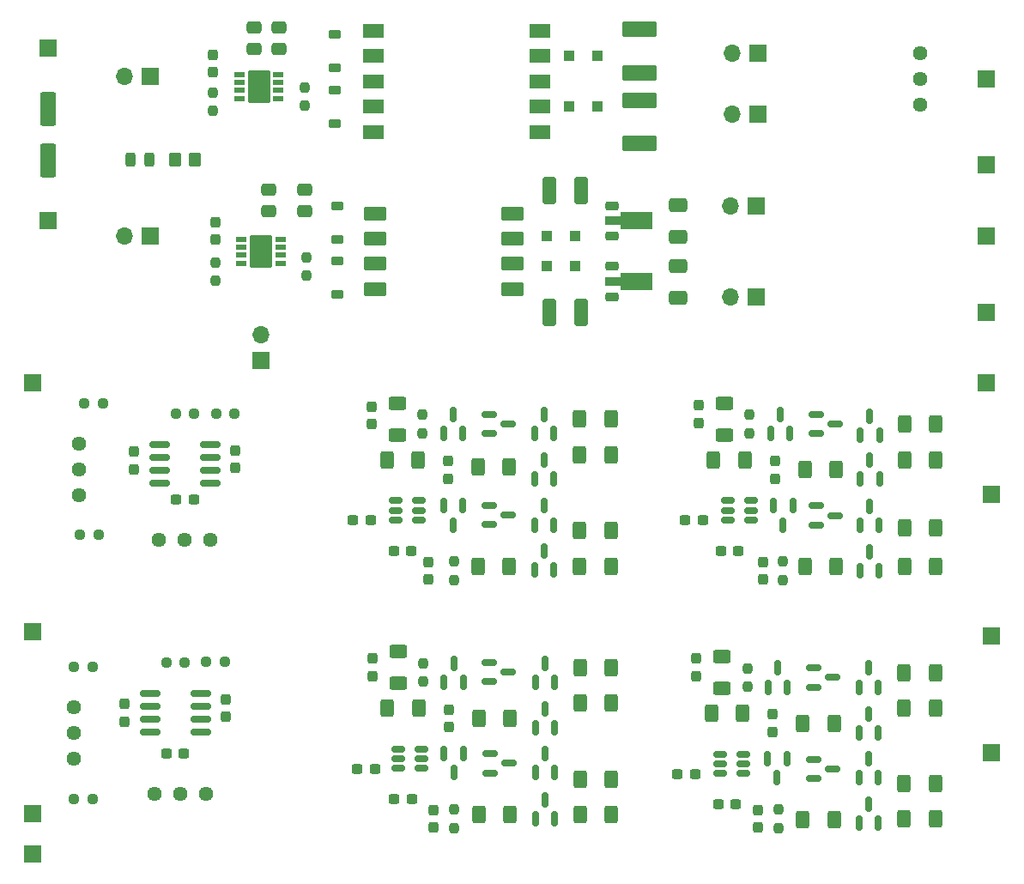
<source format=gbr>
%TF.GenerationSoftware,KiCad,Pcbnew,8.0.8*%
%TF.CreationDate,2025-02-22T00:09:07-08:00*%
%TF.ProjectId,deflection_board,6465666c-6563-4746-996f-6e5f626f6172,rev?*%
%TF.SameCoordinates,Original*%
%TF.FileFunction,Soldermask,Top*%
%TF.FilePolarity,Negative*%
%FSLAX46Y46*%
G04 Gerber Fmt 4.6, Leading zero omitted, Abs format (unit mm)*
G04 Created by KiCad (PCBNEW 8.0.8) date 2025-02-22 00:09:07*
%MOMM*%
%LPD*%
G01*
G04 APERTURE LIST*
G04 Aperture macros list*
%AMRoundRect*
0 Rectangle with rounded corners*
0 $1 Rounding radius*
0 $2 $3 $4 $5 $6 $7 $8 $9 X,Y pos of 4 corners*
0 Add a 4 corners polygon primitive as box body*
4,1,4,$2,$3,$4,$5,$6,$7,$8,$9,$2,$3,0*
0 Add four circle primitives for the rounded corners*
1,1,$1+$1,$2,$3*
1,1,$1+$1,$4,$5*
1,1,$1+$1,$6,$7*
1,1,$1+$1,$8,$9*
0 Add four rect primitives between the rounded corners*
20,1,$1+$1,$2,$3,$4,$5,0*
20,1,$1+$1,$4,$5,$6,$7,0*
20,1,$1+$1,$6,$7,$8,$9,0*
20,1,$1+$1,$8,$9,$2,$3,0*%
%AMFreePoly0*
4,1,9,3.862500,-0.866500,0.737500,-0.866500,0.737500,-0.450000,-0.737500,-0.450000,-0.737500,0.450000,0.737500,0.450000,0.737500,0.866500,3.862500,0.866500,3.862500,-0.866500,3.862500,-0.866500,$1*%
G04 Aperture macros list end*
%ADD10RoundRect,0.237500X-0.237500X0.300000X-0.237500X-0.300000X0.237500X-0.300000X0.237500X0.300000X0*%
%ADD11RoundRect,0.250000X0.400000X0.625000X-0.400000X0.625000X-0.400000X-0.625000X0.400000X-0.625000X0*%
%ADD12C,1.440000*%
%ADD13RoundRect,0.150000X-0.150000X0.587500X-0.150000X-0.587500X0.150000X-0.587500X0.150000X0.587500X0*%
%ADD14RoundRect,0.102000X0.940000X-0.585000X0.940000X0.585000X-0.940000X0.585000X-0.940000X-0.585000X0*%
%ADD15RoundRect,0.237500X-0.237500X0.250000X-0.237500X-0.250000X0.237500X-0.250000X0.237500X0.250000X0*%
%ADD16RoundRect,0.250000X-0.400000X-0.625000X0.400000X-0.625000X0.400000X0.625000X-0.400000X0.625000X0*%
%ADD17RoundRect,0.250000X0.625000X-0.400000X0.625000X0.400000X-0.625000X0.400000X-0.625000X-0.400000X0*%
%ADD18RoundRect,0.065500X0.466500X0.196500X-0.466500X0.196500X-0.466500X-0.196500X0.466500X-0.196500X0*%
%ADD19RoundRect,0.102000X0.990000X1.500000X-0.990000X1.500000X-0.990000X-1.500000X0.990000X-1.500000X0*%
%ADD20RoundRect,0.237500X-0.300000X-0.237500X0.300000X-0.237500X0.300000X0.237500X-0.300000X0.237500X0*%
%ADD21RoundRect,0.150000X-0.587500X-0.150000X0.587500X-0.150000X0.587500X0.150000X-0.587500X0.150000X0*%
%ADD22R,1.700000X1.700000*%
%ADD23RoundRect,0.237500X0.237500X-0.300000X0.237500X0.300000X-0.237500X0.300000X-0.237500X-0.300000X0*%
%ADD24RoundRect,0.250000X0.475000X-0.337500X0.475000X0.337500X-0.475000X0.337500X-0.475000X-0.337500X0*%
%ADD25RoundRect,0.150000X0.150000X-0.587500X0.150000X0.587500X-0.150000X0.587500X-0.150000X-0.587500X0*%
%ADD26RoundRect,0.250000X-0.412500X-1.100000X0.412500X-1.100000X0.412500X1.100000X-0.412500X1.100000X0*%
%ADD27O,1.700000X1.700000*%
%ADD28RoundRect,0.150000X0.512500X0.150000X-0.512500X0.150000X-0.512500X-0.150000X0.512500X-0.150000X0*%
%ADD29RoundRect,0.237500X0.250000X0.237500X-0.250000X0.237500X-0.250000X-0.237500X0.250000X-0.237500X0*%
%ADD30RoundRect,0.250000X1.450000X-0.537500X1.450000X0.537500X-1.450000X0.537500X-1.450000X-0.537500X0*%
%ADD31RoundRect,0.150000X-0.825000X-0.150000X0.825000X-0.150000X0.825000X0.150000X-0.825000X0.150000X0*%
%ADD32RoundRect,0.250000X0.350000X0.450000X-0.350000X0.450000X-0.350000X-0.450000X0.350000X-0.450000X0*%
%ADD33RoundRect,0.243750X0.243750X0.456250X-0.243750X0.456250X-0.243750X-0.456250X0.243750X-0.456250X0*%
%ADD34RoundRect,0.250000X-0.650000X0.412500X-0.650000X-0.412500X0.650000X-0.412500X0.650000X0.412500X0*%
%ADD35RoundRect,0.237500X0.300000X0.237500X-0.300000X0.237500X-0.300000X-0.237500X0.300000X-0.237500X0*%
%ADD36RoundRect,0.225000X-0.375000X0.225000X-0.375000X-0.225000X0.375000X-0.225000X0.375000X0.225000X0*%
%ADD37RoundRect,0.102000X1.040000X-0.535000X1.040000X0.535000X-1.040000X0.535000X-1.040000X-0.535000X0*%
%ADD38RoundRect,0.237500X0.237500X-0.250000X0.237500X0.250000X-0.237500X0.250000X-0.237500X-0.250000X0*%
%ADD39RoundRect,0.250000X0.412500X1.100000X-0.412500X1.100000X-0.412500X-1.100000X0.412500X-1.100000X0*%
%ADD40RoundRect,0.225000X-0.425000X-0.225000X0.425000X-0.225000X0.425000X0.225000X-0.425000X0.225000X0*%
%ADD41FreePoly0,0.000000*%
%ADD42RoundRect,0.237500X-0.250000X-0.237500X0.250000X-0.237500X0.250000X0.237500X-0.250000X0.237500X0*%
%ADD43RoundRect,0.250000X-0.300000X-0.300000X0.300000X-0.300000X0.300000X0.300000X-0.300000X0.300000X0*%
%ADD44RoundRect,0.250000X0.300000X0.300000X-0.300000X0.300000X-0.300000X-0.300000X0.300000X-0.300000X0*%
%ADD45RoundRect,0.250000X-0.550000X1.412500X-0.550000X-1.412500X0.550000X-1.412500X0.550000X1.412500X0*%
%ADD46RoundRect,0.225000X0.375000X-0.225000X0.375000X0.225000X-0.375000X0.225000X-0.375000X-0.225000X0*%
G04 APERTURE END LIST*
D10*
%TO.C,C8*%
X157000000Y-112200000D03*
X157000000Y-113925000D03*
%TD*%
D11*
%TO.C,R1*%
X202737500Y-93562500D03*
X199637500Y-93562500D03*
%TD*%
D12*
%TO.C,RV2*%
X128000000Y-90960000D03*
X128000000Y-93500000D03*
X128000000Y-96040000D03*
%TD*%
D13*
%TO.C,Q32*%
X165950000Y-121562500D03*
X164050000Y-121562500D03*
X165000000Y-123437500D03*
%TD*%
D14*
%TO.C,T1*%
X157100000Y-60245000D03*
X157100000Y-57745000D03*
X157100000Y-55245000D03*
X157100000Y-52745000D03*
X157100000Y-50245000D03*
X173460000Y-50245000D03*
X173460000Y-52745000D03*
X173460000Y-55245000D03*
X173460000Y-57745000D03*
X173460000Y-60245000D03*
%TD*%
D15*
%TO.C,R38*%
X165000000Y-127087500D03*
X165000000Y-128912500D03*
%TD*%
D16*
%TO.C,R27*%
X199400000Y-128062500D03*
X202500000Y-128062500D03*
%TD*%
D17*
%TO.C,R39*%
X159500000Y-114612500D03*
X159500000Y-111512500D03*
%TD*%
D18*
%TO.C,U8*%
X147935000Y-73200000D03*
X147935000Y-72400000D03*
X147935000Y-71600000D03*
X147935000Y-70800000D03*
X144065000Y-70800000D03*
X144065000Y-71600000D03*
X144065000Y-72400000D03*
X144065000Y-73200000D03*
D19*
X146000000Y-72000000D03*
%TD*%
D20*
%TO.C,C35*%
X136677500Y-121546249D03*
X138402500Y-121546249D03*
%TD*%
D21*
%TO.C,Q11*%
X168500000Y-88112500D03*
X168500000Y-90012500D03*
X170375000Y-89062500D03*
%TD*%
D15*
%TO.C,R14*%
X165000000Y-102587500D03*
X165000000Y-104412500D03*
%TD*%
D22*
%TO.C,J2*%
X123500000Y-109546249D03*
%TD*%
D20*
%TO.C,C26*%
X159075000Y-101562500D03*
X160800000Y-101562500D03*
%TD*%
D23*
%TO.C,C25*%
X162500000Y-104362500D03*
X162500000Y-102637500D03*
%TD*%
D24*
%TO.C,C22*%
X146780000Y-68037500D03*
X146780000Y-65962500D03*
%TD*%
D25*
%TO.C,Q23*%
X205000000Y-115000000D03*
X206900000Y-115000000D03*
X205950000Y-113125000D03*
%TD*%
D17*
%TO.C,R9*%
X191687500Y-90112500D03*
X191687500Y-87012500D03*
%TD*%
D26*
%TO.C,C19*%
X174437500Y-66000000D03*
X177562500Y-66000000D03*
%TD*%
D22*
%TO.C,J19*%
X195000000Y-58500000D03*
D27*
X192460000Y-58500000D03*
%TD*%
D28*
%TO.C,U4*%
X161775000Y-123012500D03*
X161775000Y-122062500D03*
X161775000Y-121112500D03*
X159500000Y-121112500D03*
X159500000Y-122062500D03*
X159500000Y-123012500D03*
%TD*%
D25*
%TO.C,Q26*%
X173050000Y-123437500D03*
X174950000Y-123437500D03*
X174000000Y-121562500D03*
%TD*%
D12*
%TO.C,RV3*%
X141000000Y-100500000D03*
X138460000Y-100500000D03*
X135920000Y-100500000D03*
%TD*%
D11*
%TO.C,R31*%
X180550000Y-113062500D03*
X177450000Y-113062500D03*
%TD*%
D15*
%TO.C,R37*%
X162000000Y-112650000D03*
X162000000Y-114475000D03*
%TD*%
D16*
%TO.C,R8*%
X209450000Y-99325000D03*
X212550000Y-99325000D03*
%TD*%
D21*
%TO.C,Q29*%
X168500000Y-112562500D03*
X168500000Y-114462500D03*
X170375000Y-113512500D03*
%TD*%
D24*
%TO.C,C11*%
X145280000Y-52037500D03*
X145280000Y-49962500D03*
%TD*%
D29*
%TO.C,R45*%
X130392500Y-87000000D03*
X128567500Y-87000000D03*
%TD*%
D23*
%TO.C,C7*%
X164500000Y-118925000D03*
X164500000Y-117200000D03*
%TD*%
D21*
%TO.C,Q2*%
X200750000Y-88112500D03*
X200750000Y-90012500D03*
X202625000Y-89062500D03*
%TD*%
D22*
%TO.C,J4*%
X217500000Y-85000000D03*
%TD*%
D16*
%TO.C,R17*%
X167387500Y-103062500D03*
X170487500Y-103062500D03*
%TD*%
D11*
%TO.C,R33*%
X180550000Y-116562500D03*
X177450000Y-116562500D03*
%TD*%
D30*
%TO.C,C9*%
X183280000Y-61382500D03*
X183280000Y-57107500D03*
%TD*%
D15*
%TO.C,R47*%
X141500000Y-73087500D03*
X141500000Y-74912500D03*
%TD*%
D16*
%TO.C,R20*%
X177387500Y-99562500D03*
X180487500Y-99562500D03*
%TD*%
D15*
%TO.C,R23*%
X193950000Y-113150000D03*
X193950000Y-114975000D03*
%TD*%
D31*
%TO.C,U10*%
X136005000Y-91055000D03*
X136005000Y-92325000D03*
X136005000Y-93595000D03*
X136005000Y-94865000D03*
X140955000Y-94865000D03*
X140955000Y-93595000D03*
X140955000Y-92325000D03*
X140955000Y-91055000D03*
%TD*%
D24*
%TO.C,C12*%
X147780000Y-52037500D03*
X147780000Y-49962500D03*
%TD*%
D22*
%TO.C,J14*%
X217500000Y-78000000D03*
%TD*%
D25*
%TO.C,Q5*%
X205100000Y-94500000D03*
X207000000Y-94500000D03*
X206050000Y-92625000D03*
%TD*%
D12*
%TO.C,RV5*%
X140540000Y-125546249D03*
X138000000Y-125546249D03*
X135460000Y-125546249D03*
%TD*%
D22*
%TO.C,J10*%
X123500000Y-127500000D03*
%TD*%
D32*
%TO.C,R41*%
X139500000Y-63000000D03*
X137500000Y-63000000D03*
%TD*%
D33*
%TO.C,D9*%
X135000000Y-63000000D03*
X133125000Y-63000000D03*
%TD*%
D28*
%TO.C,U2*%
X161575000Y-98512500D03*
X161575000Y-97562500D03*
X161575000Y-96612500D03*
X159300000Y-96612500D03*
X159300000Y-97562500D03*
X159300000Y-98512500D03*
%TD*%
D25*
%TO.C,Q6*%
X205100000Y-90125000D03*
X207000000Y-90125000D03*
X206050000Y-88250000D03*
%TD*%
D10*
%TO.C,C5*%
X188950000Y-112200000D03*
X188950000Y-113925000D03*
%TD*%
D22*
%TO.C,J11*%
X217500000Y-70500000D03*
%TD*%
%TO.C,J13*%
X217500000Y-63500000D03*
%TD*%
D34*
%TO.C,C16*%
X187100000Y-73437500D03*
X187100000Y-76562500D03*
%TD*%
D35*
%TO.C,C30*%
X157225000Y-123062500D03*
X155500000Y-123062500D03*
%TD*%
D20*
%TO.C,C38*%
X137617500Y-96500000D03*
X139342500Y-96500000D03*
%TD*%
D22*
%TO.C,J17*%
X194875000Y-67500000D03*
D27*
X192335000Y-67500000D03*
%TD*%
D36*
%TO.C,D8*%
X153280000Y-56095000D03*
X153280000Y-59395000D03*
%TD*%
D22*
%TO.C,J6*%
X218000000Y-110000000D03*
%TD*%
D13*
%TO.C,Q10*%
X165887500Y-97125000D03*
X163987500Y-97125000D03*
X164937500Y-99000000D03*
%TD*%
D25*
%TO.C,Q27*%
X173050000Y-119000000D03*
X174950000Y-119000000D03*
X174000000Y-117125000D03*
%TD*%
D37*
%TO.C,T2*%
X157220000Y-75735000D03*
X157220000Y-73245000D03*
X157220000Y-70755000D03*
X157220000Y-68265000D03*
X170780000Y-68265000D03*
X170780000Y-70755000D03*
X170780000Y-73245000D03*
X170780000Y-75735000D03*
%TD*%
D13*
%TO.C,Q18*%
X197850000Y-122062500D03*
X195950000Y-122062500D03*
X196900000Y-123937500D03*
%TD*%
D38*
%TO.C,R44*%
X150280000Y-57657500D03*
X150280000Y-55832500D03*
%TD*%
D21*
%TO.C,Q12*%
X168500000Y-97062500D03*
X168500000Y-98962500D03*
X170375000Y-98012500D03*
%TD*%
D25*
%TO.C,Q25*%
X173050000Y-114500000D03*
X174950000Y-114500000D03*
X174000000Y-112625000D03*
%TD*%
D21*
%TO.C,Q19*%
X200512500Y-113112500D03*
X200512500Y-115012500D03*
X202387500Y-114062500D03*
%TD*%
D25*
%TO.C,Q28*%
X173050000Y-128000000D03*
X174950000Y-128000000D03*
X174000000Y-126125000D03*
%TD*%
D39*
%TO.C,C18*%
X177562500Y-78000000D03*
X174437500Y-78000000D03*
%TD*%
D40*
%TO.C,U7*%
X180650000Y-67500000D03*
D41*
X180737500Y-69000000D03*
D40*
X180650000Y-70500000D03*
%TD*%
D11*
%TO.C,R19*%
X180487500Y-88562500D03*
X177387500Y-88562500D03*
%TD*%
D23*
%TO.C,C13*%
X141280000Y-54362500D03*
X141280000Y-52637500D03*
%TD*%
%TO.C,C33*%
X132540000Y-118408749D03*
X132540000Y-116683749D03*
%TD*%
D11*
%TO.C,R15*%
X180487500Y-92062500D03*
X177387500Y-92062500D03*
%TD*%
D42*
%TO.C,R54*%
X140587500Y-112500000D03*
X142412500Y-112500000D03*
%TD*%
D24*
%TO.C,C21*%
X150280000Y-68037500D03*
X150280000Y-65962500D03*
%TD*%
D15*
%TO.C,R4*%
X197500000Y-102587500D03*
X197500000Y-104412500D03*
%TD*%
D11*
%TO.C,R16*%
X170487500Y-93272500D03*
X167387500Y-93272500D03*
%TD*%
D28*
%TO.C,U1*%
X194325000Y-98512500D03*
X194325000Y-97562500D03*
X194325000Y-96612500D03*
X192050000Y-96612500D03*
X192050000Y-97562500D03*
X192050000Y-98512500D03*
%TD*%
D18*
%TO.C,U5*%
X147715000Y-56945000D03*
X147715000Y-56145000D03*
X147715000Y-55345000D03*
X147715000Y-54545000D03*
X143845000Y-54545000D03*
X143845000Y-55345000D03*
X143845000Y-56145000D03*
X143845000Y-56945000D03*
D19*
X145780000Y-55745000D03*
%TD*%
D22*
%TO.C,J7*%
X218000000Y-121500000D03*
%TD*%
D11*
%TO.C,R5*%
X212550000Y-92562500D03*
X209450000Y-92562500D03*
%TD*%
D43*
%TO.C,D1*%
X176380000Y-52745000D03*
X179180000Y-52745000D03*
%TD*%
D16*
%TO.C,R35*%
X167450000Y-127562500D03*
X170550000Y-127562500D03*
%TD*%
D25*
%TO.C,Q15*%
X172987500Y-90000000D03*
X174887500Y-90000000D03*
X173937500Y-88125000D03*
%TD*%
D15*
%TO.C,R43*%
X141280000Y-56332500D03*
X141280000Y-58157500D03*
%TD*%
D22*
%TO.C,J1*%
X217500000Y-55000000D03*
%TD*%
D25*
%TO.C,Q22*%
X205000000Y-128387500D03*
X206900000Y-128387500D03*
X205950000Y-126512500D03*
%TD*%
D23*
%TO.C,C4*%
X164437500Y-94425000D03*
X164437500Y-92700000D03*
%TD*%
%TO.C,C15*%
X195500000Y-104362500D03*
X195500000Y-102637500D03*
%TD*%
D10*
%TO.C,C37*%
X143480000Y-91637500D03*
X143480000Y-93362500D03*
%TD*%
D25*
%TO.C,Q31*%
X164050000Y-114500000D03*
X165950000Y-114500000D03*
X165000000Y-112625000D03*
%TD*%
D10*
%TO.C,C2*%
X189187500Y-87200000D03*
X189187500Y-88925000D03*
%TD*%
D25*
%TO.C,Q13*%
X172987500Y-94500000D03*
X174887500Y-94500000D03*
X173937500Y-92625000D03*
%TD*%
D15*
%TO.C,R3*%
X194187500Y-88150000D03*
X194187500Y-89975000D03*
%TD*%
D23*
%TO.C,C1*%
X196687500Y-94425000D03*
X196687500Y-92700000D03*
%TD*%
D28*
%TO.C,U3*%
X193587500Y-123512500D03*
X193587500Y-122562500D03*
X193587500Y-121612500D03*
X191312500Y-121612500D03*
X191312500Y-122562500D03*
X191312500Y-123512500D03*
%TD*%
D40*
%TO.C,U6*%
X180650000Y-73500000D03*
D41*
X180737500Y-75000000D03*
D40*
X180650000Y-76500000D03*
%TD*%
D16*
%TO.C,R32*%
X177450000Y-124062500D03*
X180550000Y-124062500D03*
%TD*%
D23*
%TO.C,C6*%
X196450000Y-119425000D03*
X196450000Y-117700000D03*
%TD*%
D11*
%TO.C,R26*%
X202500000Y-118562500D03*
X199400000Y-118562500D03*
%TD*%
D44*
%TO.C,D2*%
X179180000Y-57745000D03*
X176380000Y-57745000D03*
%TD*%
D16*
%TO.C,R18*%
X177387500Y-103062500D03*
X180487500Y-103062500D03*
%TD*%
D11*
%TO.C,R34*%
X170550000Y-118062500D03*
X167450000Y-118062500D03*
%TD*%
D16*
%TO.C,R2*%
X199637500Y-103062500D03*
X202737500Y-103062500D03*
%TD*%
D20*
%TO.C,C29*%
X191087500Y-126562500D03*
X192812500Y-126562500D03*
%TD*%
D25*
%TO.C,Q17*%
X196000000Y-115000000D03*
X197900000Y-115000000D03*
X196950000Y-113125000D03*
%TD*%
D15*
%TO.C,R24*%
X197000000Y-127087500D03*
X197000000Y-128912500D03*
%TD*%
D16*
%TO.C,R11*%
X158387500Y-92562500D03*
X161487500Y-92562500D03*
%TD*%
D22*
%TO.C,J16*%
X194875000Y-76500000D03*
D27*
X192335000Y-76500000D03*
%TD*%
D35*
%TO.C,C24*%
X156800000Y-98562500D03*
X155075000Y-98562500D03*
%TD*%
D45*
%TO.C,C39*%
X125000000Y-57962500D03*
X125000000Y-63037500D03*
%TD*%
D25*
%TO.C,Q7*%
X205050000Y-103500000D03*
X206950000Y-103500000D03*
X206000000Y-101625000D03*
%TD*%
D36*
%TO.C,D5*%
X153500000Y-73000000D03*
X153500000Y-76300000D03*
%TD*%
D17*
%TO.C,R22*%
X191450000Y-115112500D03*
X191450000Y-112012500D03*
%TD*%
D29*
%TO.C,R49*%
X139392500Y-88000000D03*
X137567500Y-88000000D03*
%TD*%
D25*
%TO.C,Q14*%
X172987500Y-103437500D03*
X174887500Y-103437500D03*
X173937500Y-101562500D03*
%TD*%
D16*
%TO.C,R36*%
X177450000Y-127562500D03*
X180550000Y-127562500D03*
%TD*%
D25*
%TO.C,Q9*%
X163987500Y-90000000D03*
X165887500Y-90000000D03*
X164937500Y-88125000D03*
%TD*%
D22*
%TO.C,J5*%
X218000000Y-96000000D03*
%TD*%
D25*
%TO.C,Q24*%
X205000000Y-123950000D03*
X206900000Y-123950000D03*
X205950000Y-122075000D03*
%TD*%
D16*
%TO.C,R10*%
X190637500Y-92562500D03*
X193737500Y-92562500D03*
%TD*%
D30*
%TO.C,C10*%
X183280000Y-54382500D03*
X183280000Y-50107500D03*
%TD*%
D11*
%TO.C,R29*%
X212500000Y-113562500D03*
X209400000Y-113562500D03*
%TD*%
D22*
%TO.C,J9*%
X125000000Y-69000000D03*
%TD*%
D16*
%TO.C,R21*%
X190400000Y-117562500D03*
X193500000Y-117562500D03*
%TD*%
D12*
%TO.C,RV4*%
X127500000Y-117006249D03*
X127500000Y-119546249D03*
X127500000Y-122086249D03*
%TD*%
D10*
%TO.C,C34*%
X142540000Y-116183749D03*
X142540000Y-117908749D03*
%TD*%
D12*
%TO.C,RV1*%
X211000000Y-57550000D03*
X211000000Y-55010000D03*
X211000000Y-52470000D03*
%TD*%
D25*
%TO.C,Q8*%
X205050000Y-99062500D03*
X206950000Y-99062500D03*
X206000000Y-97187500D03*
%TD*%
D22*
%TO.C,J18*%
X195040000Y-52500000D03*
D27*
X192500000Y-52500000D03*
%TD*%
D11*
%TO.C,R6*%
X212550000Y-89062500D03*
X209450000Y-89062500D03*
%TD*%
D23*
%TO.C,C28*%
X195000000Y-128862500D03*
X195000000Y-127137500D03*
%TD*%
D21*
%TO.C,Q4*%
X200750000Y-97112500D03*
X200750000Y-99012500D03*
X202625000Y-98062500D03*
%TD*%
D46*
%TO.C,D7*%
X153280000Y-53895000D03*
X153280000Y-50595000D03*
%TD*%
D42*
%TO.C,R50*%
X141567500Y-88000000D03*
X143392500Y-88000000D03*
%TD*%
D22*
%TO.C,J12*%
X123500000Y-131500000D03*
%TD*%
D29*
%TO.C,R53*%
X138452500Y-112546249D03*
X136627500Y-112546249D03*
%TD*%
D43*
%TO.C,D4*%
X174200000Y-70500000D03*
X177000000Y-70500000D03*
%TD*%
D23*
%TO.C,C20*%
X141500000Y-70862500D03*
X141500000Y-69137500D03*
%TD*%
D42*
%TO.C,R51*%
X127547500Y-113046249D03*
X129372500Y-113046249D03*
%TD*%
D22*
%TO.C,J8*%
X125000000Y-52000000D03*
%TD*%
D17*
%TO.C,R12*%
X159437500Y-90112500D03*
X159437500Y-87012500D03*
%TD*%
D31*
%TO.C,U9*%
X135065000Y-115641249D03*
X135065000Y-116911249D03*
X135065000Y-118181249D03*
X135065000Y-119451249D03*
X140015000Y-119451249D03*
X140015000Y-118181249D03*
X140015000Y-116911249D03*
X140015000Y-115641249D03*
%TD*%
D34*
%TO.C,C17*%
X187100000Y-67437500D03*
X187100000Y-70562500D03*
%TD*%
D21*
%TO.C,Q30*%
X168562500Y-121562500D03*
X168562500Y-123462500D03*
X170437500Y-122512500D03*
%TD*%
D16*
%TO.C,R40*%
X158450000Y-117062500D03*
X161550000Y-117062500D03*
%TD*%
D23*
%TO.C,C36*%
X133480000Y-93500000D03*
X133480000Y-91775000D03*
%TD*%
D22*
%TO.C,J21*%
X135040000Y-54745000D03*
D27*
X132500000Y-54745000D03*
%TD*%
D44*
%TO.C,D3*%
X177000000Y-73500000D03*
X174200000Y-73500000D03*
%TD*%
D42*
%TO.C,R52*%
X127547500Y-126046249D03*
X129372500Y-126046249D03*
%TD*%
D38*
%TO.C,R46*%
X150500000Y-74412500D03*
X150500000Y-72587500D03*
%TD*%
D23*
%TO.C,C31*%
X163000000Y-128862500D03*
X163000000Y-127137500D03*
%TD*%
D25*
%TO.C,Q16*%
X172987500Y-99000000D03*
X174887500Y-99000000D03*
X173937500Y-97125000D03*
%TD*%
D35*
%TO.C,C27*%
X188812500Y-123562500D03*
X187087500Y-123562500D03*
%TD*%
D20*
%TO.C,C23*%
X191325000Y-101562500D03*
X193050000Y-101562500D03*
%TD*%
D25*
%TO.C,Q1*%
X196237500Y-90000000D03*
X198137500Y-90000000D03*
X197187500Y-88125000D03*
%TD*%
D22*
%TO.C,J20*%
X135040000Y-70500000D03*
D27*
X132500000Y-70500000D03*
%TD*%
D16*
%TO.C,R30*%
X209400000Y-124512500D03*
X212500000Y-124512500D03*
%TD*%
%TO.C,R28*%
X209400000Y-128012500D03*
X212500000Y-128012500D03*
%TD*%
D21*
%TO.C,Q20*%
X200512500Y-122112500D03*
X200512500Y-124012500D03*
X202387500Y-123062500D03*
%TD*%
D35*
%TO.C,C14*%
X189550000Y-98562500D03*
X187825000Y-98562500D03*
%TD*%
D16*
%TO.C,R7*%
X209450000Y-103062500D03*
X212550000Y-103062500D03*
%TD*%
D22*
%TO.C,J15*%
X146000000Y-82775000D03*
D27*
X146000000Y-80235000D03*
%TD*%
D11*
%TO.C,R25*%
X212500000Y-117062500D03*
X209400000Y-117062500D03*
%TD*%
D22*
%TO.C,J3*%
X123500000Y-85000000D03*
%TD*%
D10*
%TO.C,C3*%
X156937500Y-87337500D03*
X156937500Y-89062500D03*
%TD*%
D13*
%TO.C,Q3*%
X198450000Y-97125000D03*
X196550000Y-97125000D03*
X197500000Y-99000000D03*
%TD*%
D15*
%TO.C,R13*%
X161937500Y-88150000D03*
X161937500Y-89975000D03*
%TD*%
D25*
%TO.C,Q21*%
X205000000Y-119500000D03*
X206900000Y-119500000D03*
X205950000Y-117625000D03*
%TD*%
D46*
%TO.C,D6*%
X153500000Y-70800000D03*
X153500000Y-67500000D03*
%TD*%
D20*
%TO.C,C32*%
X159137500Y-126062500D03*
X160862500Y-126062500D03*
%TD*%
D42*
%TO.C,R48*%
X128155000Y-100000000D03*
X129980000Y-100000000D03*
%TD*%
M02*

</source>
